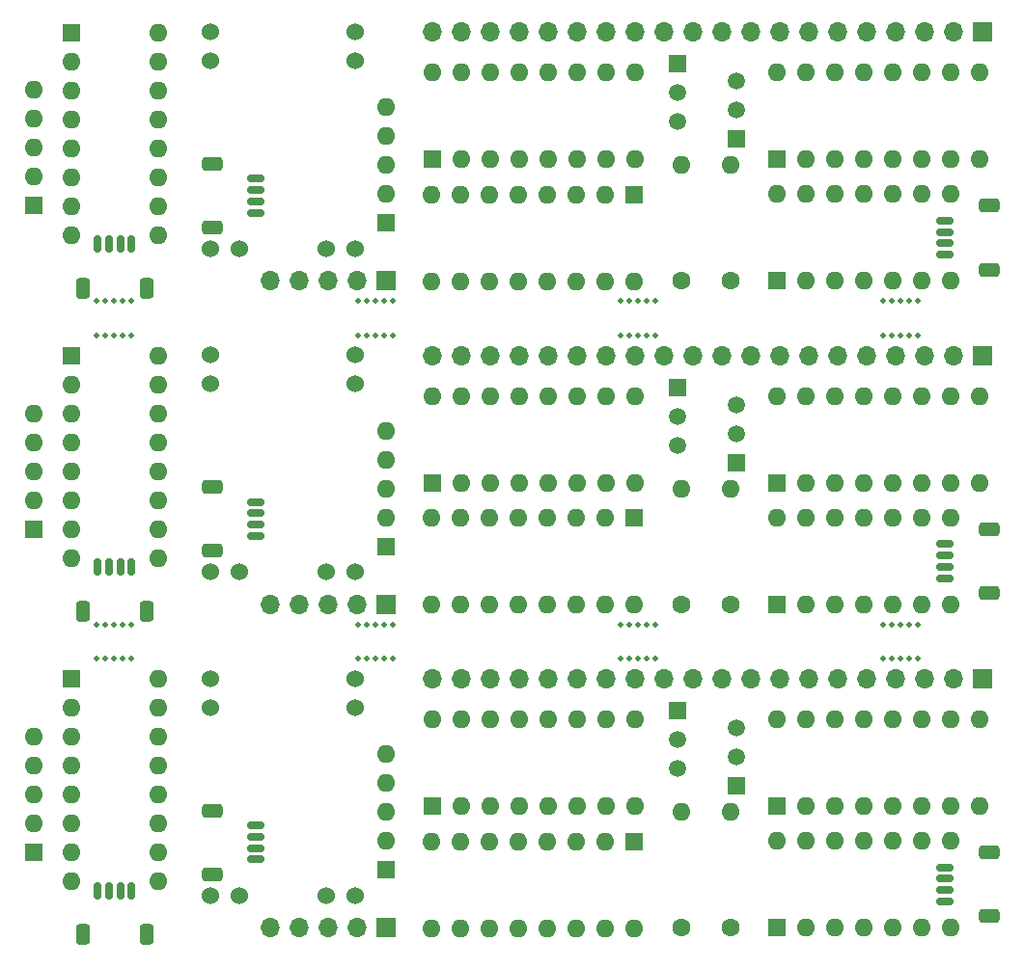
<source format=gbr>
%TF.GenerationSoftware,KiCad,Pcbnew,7.0.7*%
%TF.CreationDate,2023-10-06T22:38:46+01:00*%
%TF.ProjectId,nixie-controller-breakaway-panelized,6e697869-652d-4636-9f6e-74726f6c6c65,rev?*%
%TF.SameCoordinates,Original*%
%TF.FileFunction,Soldermask,Bot*%
%TF.FilePolarity,Negative*%
%FSLAX46Y46*%
G04 Gerber Fmt 4.6, Leading zero omitted, Abs format (unit mm)*
G04 Created by KiCad (PCBNEW 7.0.7) date 2023-10-06 22:38:46*
%MOMM*%
%LPD*%
G01*
G04 APERTURE LIST*
G04 Aperture macros list*
%AMRoundRect*
0 Rectangle with rounded corners*
0 $1 Rounding radius*
0 $2 $3 $4 $5 $6 $7 $8 $9 X,Y pos of 4 corners*
0 Add a 4 corners polygon primitive as box body*
4,1,4,$2,$3,$4,$5,$6,$7,$8,$9,$2,$3,0*
0 Add four circle primitives for the rounded corners*
1,1,$1+$1,$2,$3*
1,1,$1+$1,$4,$5*
1,1,$1+$1,$6,$7*
1,1,$1+$1,$8,$9*
0 Add four rect primitives between the rounded corners*
20,1,$1+$1,$2,$3,$4,$5,0*
20,1,$1+$1,$4,$5,$6,$7,0*
20,1,$1+$1,$6,$7,$8,$9,0*
20,1,$1+$1,$8,$9,$2,$3,0*%
G04 Aperture macros list end*
%ADD10C,0.500000*%
%ADD11RoundRect,0.250000X0.650000X-0.350000X0.650000X0.350000X-0.650000X0.350000X-0.650000X-0.350000X0*%
%ADD12RoundRect,0.150000X0.625000X-0.150000X0.625000X0.150000X-0.625000X0.150000X-0.625000X-0.150000X0*%
%ADD13RoundRect,0.250000X-0.650000X0.350000X-0.650000X-0.350000X0.650000X-0.350000X0.650000X0.350000X0*%
%ADD14RoundRect,0.150000X-0.625000X0.150000X-0.625000X-0.150000X0.625000X-0.150000X0.625000X0.150000X0*%
%ADD15O,1.700000X1.700000*%
%ADD16R,1.700000X1.700000*%
%ADD17RoundRect,0.250000X0.350000X0.650000X-0.350000X0.650000X-0.350000X-0.650000X0.350000X-0.650000X0*%
%ADD18RoundRect,0.150000X0.150000X0.625000X-0.150000X0.625000X-0.150000X-0.625000X0.150000X-0.625000X0*%
%ADD19C,1.500000*%
%ADD20R,1.500000X1.500000*%
%ADD21O,1.600000X1.600000*%
%ADD22R,1.600000X1.600000*%
%ADD23C,1.600000*%
%ADD24C,1.524000*%
G04 APERTURE END LIST*
D10*
%TO.C,mouse-bite-3mm-slot*%
X37088000Y-55880000D03*
X37088000Y-58880000D03*
X37838000Y-58880000D03*
X37850000Y-55880000D03*
X38600000Y-55880000D03*
X38600000Y-58880000D03*
X39350000Y-55880000D03*
X39350000Y-58880000D03*
X40124000Y-55880000D03*
X40124000Y-58880000D03*
%TD*%
%TO.C,mouse-bite-3mm-slot7*%
X106088000Y-84280000D03*
X106088000Y-87280000D03*
X106838000Y-87280000D03*
X106850000Y-84280000D03*
X107600000Y-84280000D03*
X107600000Y-87280000D03*
X108350000Y-84280000D03*
X108350000Y-87280000D03*
X109124000Y-84280000D03*
X109124000Y-87280000D03*
%TD*%
%TO.C,mouse-bite-3mm-slot6*%
X83088000Y-84280000D03*
X83088000Y-87280000D03*
X83838000Y-87280000D03*
X83850000Y-84280000D03*
X84600000Y-84280000D03*
X84600000Y-87280000D03*
X85350000Y-84280000D03*
X85350000Y-87280000D03*
X86124000Y-84280000D03*
X86124000Y-87280000D03*
%TD*%
%TO.C,mouse-bite-3mm-slot5*%
X60088000Y-84280000D03*
X60088000Y-87280000D03*
X60838000Y-87280000D03*
X60850000Y-84280000D03*
X61600000Y-84280000D03*
X61600000Y-87280000D03*
X62350000Y-84280000D03*
X62350000Y-87280000D03*
X63124000Y-84280000D03*
X63124000Y-87280000D03*
%TD*%
%TO.C,mouse-bite-3mm-slot4*%
X37088000Y-84280000D03*
X37088000Y-87280000D03*
X37838000Y-87280000D03*
X37850000Y-84280000D03*
X38600000Y-84280000D03*
X38600000Y-87280000D03*
X39350000Y-84280000D03*
X39350000Y-87280000D03*
X40124000Y-84280000D03*
X40124000Y-87280000D03*
%TD*%
%TO.C,mouse-bite-3mm-slot3*%
X106088000Y-55880000D03*
X106088000Y-58880000D03*
X106838000Y-58880000D03*
X106850000Y-55880000D03*
X107600000Y-55880000D03*
X107600000Y-58880000D03*
X108350000Y-55880000D03*
X108350000Y-58880000D03*
X109124000Y-55880000D03*
X109124000Y-58880000D03*
%TD*%
%TO.C,mouse-bite-3mm-slot2*%
X83088000Y-55880000D03*
X83088000Y-58880000D03*
X83838000Y-58880000D03*
X83850000Y-55880000D03*
X84600000Y-55880000D03*
X84600000Y-58880000D03*
X85350000Y-55880000D03*
X85350000Y-58880000D03*
X86124000Y-55880000D03*
X86124000Y-58880000D03*
%TD*%
%TO.C,mouse-bite-3mm-slot1*%
X60088000Y-55880000D03*
X60088000Y-58880000D03*
X60838000Y-58880000D03*
X60850000Y-55880000D03*
X61600000Y-55880000D03*
X61600000Y-58880000D03*
X62350000Y-55880000D03*
X62350000Y-58880000D03*
X63124000Y-55880000D03*
X63124000Y-58880000D03*
%TD*%
D11*
%TO.C,J4*%
X47225000Y-100600000D03*
X47225000Y-106200000D03*
D12*
X51100000Y-101900000D03*
X51100000Y-102900000D03*
X51100000Y-103900000D03*
X51100000Y-104900000D03*
%TD*%
D13*
%TO.C,J2*%
X115413000Y-109892000D03*
X115413000Y-104292000D03*
D14*
X111538000Y-108592000D03*
X111538000Y-107592000D03*
X111538000Y-106592000D03*
X111538000Y-105592000D03*
%TD*%
D15*
%TO.C,J1*%
X52324000Y-110902000D03*
X54864000Y-110902000D03*
X57404000Y-110902000D03*
X59944000Y-110902000D03*
D16*
X62484000Y-110902000D03*
%TD*%
D17*
%TO.C,J5*%
X35886000Y-111507000D03*
X41486000Y-111507000D03*
D18*
X37186000Y-107632000D03*
X38186000Y-107632000D03*
X39186000Y-107632000D03*
X40186000Y-107632000D03*
%TD*%
D15*
%TO.C,J3*%
X66548000Y-89058000D03*
X69088000Y-89058000D03*
X71628000Y-89058000D03*
X74168000Y-89058000D03*
X76708000Y-89058000D03*
X79248000Y-89058000D03*
X81788000Y-89058000D03*
X84328000Y-89058000D03*
X86868000Y-89058000D03*
X89408000Y-89058000D03*
X91948000Y-89058000D03*
X94488000Y-89058000D03*
X97028000Y-89058000D03*
X99568000Y-89058000D03*
X102108000Y-89058000D03*
X104648000Y-89058000D03*
X107188000Y-89058000D03*
X109728000Y-89058000D03*
X112268000Y-89058000D03*
D16*
X114808000Y-89058000D03*
%TD*%
D19*
%TO.C,Q2*%
X88032000Y-96932000D03*
X88032000Y-94392000D03*
D20*
X88032000Y-91852000D03*
%TD*%
D21*
%TO.C,U3*%
X84300000Y-110920000D03*
X81760000Y-110920000D03*
X79220000Y-110920000D03*
X76680000Y-110920000D03*
X74140000Y-110920000D03*
X71600000Y-110920000D03*
X69060000Y-110920000D03*
X66520000Y-110920000D03*
X66520000Y-103300000D03*
X69060000Y-103300000D03*
X71600000Y-103300000D03*
X74140000Y-103300000D03*
X76680000Y-103300000D03*
X79220000Y-103300000D03*
X81760000Y-103300000D03*
D22*
X84300000Y-103300000D03*
%TD*%
D21*
%TO.C,R1*%
X92710000Y-100742000D03*
D23*
X92710000Y-110902000D03*
%TD*%
D21*
%TO.C,U4*%
X66548000Y-92614000D03*
X69088000Y-92614000D03*
X71628000Y-92614000D03*
X74168000Y-92614000D03*
X76708000Y-92614000D03*
X79248000Y-92614000D03*
X81788000Y-92614000D03*
X84328000Y-92614000D03*
X84328000Y-100234000D03*
X81788000Y-100234000D03*
X79248000Y-100234000D03*
X76708000Y-100234000D03*
X74168000Y-100234000D03*
X71628000Y-100234000D03*
X69088000Y-100234000D03*
D22*
X66548000Y-100234000D03*
%TD*%
D21*
%TO.C,RN1*%
X62484000Y-95662000D03*
X62484000Y-98202000D03*
X62484000Y-100742000D03*
X62484000Y-103282000D03*
D22*
X62484000Y-105822000D03*
%TD*%
D21*
%TO.C,U2*%
X96789000Y-92604000D03*
X99329000Y-92604000D03*
X101869000Y-92604000D03*
X104409000Y-92604000D03*
X106949000Y-92604000D03*
X109489000Y-92604000D03*
X112029000Y-92604000D03*
X114569000Y-92604000D03*
X114569000Y-100224000D03*
X112029000Y-100224000D03*
X109489000Y-100224000D03*
X106949000Y-100224000D03*
X104409000Y-100224000D03*
X101869000Y-100224000D03*
X99329000Y-100224000D03*
D22*
X96789000Y-100224000D03*
%TD*%
D21*
%TO.C,RN2*%
X31574000Y-94138000D03*
X31574000Y-96678000D03*
X31574000Y-99218000D03*
X31574000Y-101758000D03*
D22*
X31574000Y-104298000D03*
%TD*%
D21*
%TO.C,U5*%
X42506000Y-89073000D03*
X42506000Y-91613000D03*
X42506000Y-94153000D03*
X42506000Y-96693000D03*
X42506000Y-99233000D03*
X42506000Y-101773000D03*
X42506000Y-104313000D03*
X42506000Y-106853000D03*
X34886000Y-106853000D03*
X34886000Y-104313000D03*
X34886000Y-101773000D03*
X34886000Y-99233000D03*
X34886000Y-96693000D03*
X34886000Y-94153000D03*
X34886000Y-91613000D03*
D22*
X34886000Y-89073000D03*
%TD*%
D21*
%TO.C,R2*%
X88392000Y-100742000D03*
D23*
X88392000Y-110902000D03*
%TD*%
D24*
%TO.C,U6*%
X47050000Y-89010000D03*
X47050000Y-91550000D03*
X57210000Y-108060000D03*
X59750000Y-89010000D03*
X59750000Y-91550000D03*
X59750000Y-108060000D03*
X47050000Y-108060000D03*
X49590000Y-108060000D03*
%TD*%
D21*
%TO.C,U1*%
X96769000Y-103272000D03*
X99309000Y-103272000D03*
X101849000Y-103272000D03*
X104389000Y-103272000D03*
X106929000Y-103272000D03*
X109469000Y-103272000D03*
X112009000Y-103272000D03*
X112009000Y-110892000D03*
X109469000Y-110892000D03*
X106929000Y-110892000D03*
X104389000Y-110892000D03*
X101849000Y-110892000D03*
X99309000Y-110892000D03*
D22*
X96769000Y-110892000D03*
%TD*%
D19*
%TO.C,Q1*%
X93218000Y-93376000D03*
X93218000Y-95916000D03*
D20*
X93218000Y-98456000D03*
%TD*%
D11*
%TO.C,J4*%
X47225000Y-72200000D03*
X47225000Y-77800000D03*
D12*
X51100000Y-73500000D03*
X51100000Y-74500000D03*
X51100000Y-75500000D03*
X51100000Y-76500000D03*
%TD*%
D13*
%TO.C,J2*%
X115413000Y-81492000D03*
X115413000Y-75892000D03*
D14*
X111538000Y-80192000D03*
X111538000Y-79192000D03*
X111538000Y-78192000D03*
X111538000Y-77192000D03*
%TD*%
D15*
%TO.C,J1*%
X52324000Y-82502000D03*
X54864000Y-82502000D03*
X57404000Y-82502000D03*
X59944000Y-82502000D03*
D16*
X62484000Y-82502000D03*
%TD*%
D17*
%TO.C,J5*%
X35886000Y-83107000D03*
X41486000Y-83107000D03*
D18*
X37186000Y-79232000D03*
X38186000Y-79232000D03*
X39186000Y-79232000D03*
X40186000Y-79232000D03*
%TD*%
D15*
%TO.C,J3*%
X66548000Y-60658000D03*
X69088000Y-60658000D03*
X71628000Y-60658000D03*
X74168000Y-60658000D03*
X76708000Y-60658000D03*
X79248000Y-60658000D03*
X81788000Y-60658000D03*
X84328000Y-60658000D03*
X86868000Y-60658000D03*
X89408000Y-60658000D03*
X91948000Y-60658000D03*
X94488000Y-60658000D03*
X97028000Y-60658000D03*
X99568000Y-60658000D03*
X102108000Y-60658000D03*
X104648000Y-60658000D03*
X107188000Y-60658000D03*
X109728000Y-60658000D03*
X112268000Y-60658000D03*
D16*
X114808000Y-60658000D03*
%TD*%
D19*
%TO.C,Q2*%
X88032000Y-68532000D03*
X88032000Y-65992000D03*
D20*
X88032000Y-63452000D03*
%TD*%
D21*
%TO.C,U3*%
X84300000Y-82520000D03*
X81760000Y-82520000D03*
X79220000Y-82520000D03*
X76680000Y-82520000D03*
X74140000Y-82520000D03*
X71600000Y-82520000D03*
X69060000Y-82520000D03*
X66520000Y-82520000D03*
X66520000Y-74900000D03*
X69060000Y-74900000D03*
X71600000Y-74900000D03*
X74140000Y-74900000D03*
X76680000Y-74900000D03*
X79220000Y-74900000D03*
X81760000Y-74900000D03*
D22*
X84300000Y-74900000D03*
%TD*%
D21*
%TO.C,R1*%
X92710000Y-72342000D03*
D23*
X92710000Y-82502000D03*
%TD*%
D21*
%TO.C,U4*%
X66548000Y-64214000D03*
X69088000Y-64214000D03*
X71628000Y-64214000D03*
X74168000Y-64214000D03*
X76708000Y-64214000D03*
X79248000Y-64214000D03*
X81788000Y-64214000D03*
X84328000Y-64214000D03*
X84328000Y-71834000D03*
X81788000Y-71834000D03*
X79248000Y-71834000D03*
X76708000Y-71834000D03*
X74168000Y-71834000D03*
X71628000Y-71834000D03*
X69088000Y-71834000D03*
D22*
X66548000Y-71834000D03*
%TD*%
D21*
%TO.C,RN1*%
X62484000Y-67262000D03*
X62484000Y-69802000D03*
X62484000Y-72342000D03*
X62484000Y-74882000D03*
D22*
X62484000Y-77422000D03*
%TD*%
D21*
%TO.C,U2*%
X96789000Y-64204000D03*
X99329000Y-64204000D03*
X101869000Y-64204000D03*
X104409000Y-64204000D03*
X106949000Y-64204000D03*
X109489000Y-64204000D03*
X112029000Y-64204000D03*
X114569000Y-64204000D03*
X114569000Y-71824000D03*
X112029000Y-71824000D03*
X109489000Y-71824000D03*
X106949000Y-71824000D03*
X104409000Y-71824000D03*
X101869000Y-71824000D03*
X99329000Y-71824000D03*
D22*
X96789000Y-71824000D03*
%TD*%
D21*
%TO.C,RN2*%
X31574000Y-65738000D03*
X31574000Y-68278000D03*
X31574000Y-70818000D03*
X31574000Y-73358000D03*
D22*
X31574000Y-75898000D03*
%TD*%
D21*
%TO.C,U5*%
X42506000Y-60673000D03*
X42506000Y-63213000D03*
X42506000Y-65753000D03*
X42506000Y-68293000D03*
X42506000Y-70833000D03*
X42506000Y-73373000D03*
X42506000Y-75913000D03*
X42506000Y-78453000D03*
X34886000Y-78453000D03*
X34886000Y-75913000D03*
X34886000Y-73373000D03*
X34886000Y-70833000D03*
X34886000Y-68293000D03*
X34886000Y-65753000D03*
X34886000Y-63213000D03*
D22*
X34886000Y-60673000D03*
%TD*%
D21*
%TO.C,R2*%
X88392000Y-72342000D03*
D23*
X88392000Y-82502000D03*
%TD*%
D24*
%TO.C,U6*%
X47050000Y-60610000D03*
X47050000Y-63150000D03*
X57210000Y-79660000D03*
X59750000Y-60610000D03*
X59750000Y-63150000D03*
X59750000Y-79660000D03*
X47050000Y-79660000D03*
X49590000Y-79660000D03*
%TD*%
D21*
%TO.C,U1*%
X96769000Y-74872000D03*
X99309000Y-74872000D03*
X101849000Y-74872000D03*
X104389000Y-74872000D03*
X106929000Y-74872000D03*
X109469000Y-74872000D03*
X112009000Y-74872000D03*
X112009000Y-82492000D03*
X109469000Y-82492000D03*
X106929000Y-82492000D03*
X104389000Y-82492000D03*
X101849000Y-82492000D03*
X99309000Y-82492000D03*
D22*
X96769000Y-82492000D03*
%TD*%
D19*
%TO.C,Q1*%
X93218000Y-64976000D03*
X93218000Y-67516000D03*
D20*
X93218000Y-70056000D03*
%TD*%
D21*
%TO.C,U1*%
X96769000Y-46472000D03*
X99309000Y-46472000D03*
X101849000Y-46472000D03*
X104389000Y-46472000D03*
X106929000Y-46472000D03*
X109469000Y-46472000D03*
X112009000Y-46472000D03*
X112009000Y-54092000D03*
X109469000Y-54092000D03*
X106929000Y-54092000D03*
X104389000Y-54092000D03*
X101849000Y-54092000D03*
X99309000Y-54092000D03*
D22*
X96769000Y-54092000D03*
%TD*%
D19*
%TO.C,Q1*%
X93218000Y-36576000D03*
X93218000Y-39116000D03*
D20*
X93218000Y-41656000D03*
%TD*%
D24*
%TO.C,U6*%
X47050000Y-32210000D03*
X47050000Y-34750000D03*
X57210000Y-51260000D03*
X59750000Y-32210000D03*
X59750000Y-34750000D03*
X59750000Y-51260000D03*
X47050000Y-51260000D03*
X49590000Y-51260000D03*
%TD*%
D21*
%TO.C,R2*%
X88392000Y-43942000D03*
D23*
X88392000Y-54102000D03*
%TD*%
D21*
%TO.C,U5*%
X42506000Y-32273000D03*
X42506000Y-34813000D03*
X42506000Y-37353000D03*
X42506000Y-39893000D03*
X42506000Y-42433000D03*
X42506000Y-44973000D03*
X42506000Y-47513000D03*
X42506000Y-50053000D03*
X34886000Y-50053000D03*
X34886000Y-47513000D03*
X34886000Y-44973000D03*
X34886000Y-42433000D03*
X34886000Y-39893000D03*
X34886000Y-37353000D03*
X34886000Y-34813000D03*
D22*
X34886000Y-32273000D03*
%TD*%
D21*
%TO.C,RN2*%
X31574000Y-37338000D03*
X31574000Y-39878000D03*
X31574000Y-42418000D03*
X31574000Y-44958000D03*
D22*
X31574000Y-47498000D03*
%TD*%
D21*
%TO.C,U2*%
X96789000Y-35804000D03*
X99329000Y-35804000D03*
X101869000Y-35804000D03*
X104409000Y-35804000D03*
X106949000Y-35804000D03*
X109489000Y-35804000D03*
X112029000Y-35804000D03*
X114569000Y-35804000D03*
X114569000Y-43424000D03*
X112029000Y-43424000D03*
X109489000Y-43424000D03*
X106949000Y-43424000D03*
X104409000Y-43424000D03*
X101869000Y-43424000D03*
X99329000Y-43424000D03*
D22*
X96789000Y-43424000D03*
%TD*%
D21*
%TO.C,RN1*%
X62484000Y-38862000D03*
X62484000Y-41402000D03*
X62484000Y-43942000D03*
X62484000Y-46482000D03*
D22*
X62484000Y-49022000D03*
%TD*%
D21*
%TO.C,U4*%
X66548000Y-35814000D03*
X69088000Y-35814000D03*
X71628000Y-35814000D03*
X74168000Y-35814000D03*
X76708000Y-35814000D03*
X79248000Y-35814000D03*
X81788000Y-35814000D03*
X84328000Y-35814000D03*
X84328000Y-43434000D03*
X81788000Y-43434000D03*
X79248000Y-43434000D03*
X76708000Y-43434000D03*
X74168000Y-43434000D03*
X71628000Y-43434000D03*
X69088000Y-43434000D03*
D22*
X66548000Y-43434000D03*
%TD*%
D21*
%TO.C,R1*%
X92710000Y-43942000D03*
D23*
X92710000Y-54102000D03*
%TD*%
D21*
%TO.C,U3*%
X84300000Y-54120000D03*
X81760000Y-54120000D03*
X79220000Y-54120000D03*
X76680000Y-54120000D03*
X74140000Y-54120000D03*
X71600000Y-54120000D03*
X69060000Y-54120000D03*
X66520000Y-54120000D03*
X66520000Y-46500000D03*
X69060000Y-46500000D03*
X71600000Y-46500000D03*
X74140000Y-46500000D03*
X76680000Y-46500000D03*
X79220000Y-46500000D03*
X81760000Y-46500000D03*
D22*
X84300000Y-46500000D03*
%TD*%
D15*
%TO.C,J3*%
X66548000Y-32258000D03*
X69088000Y-32258000D03*
X71628000Y-32258000D03*
X74168000Y-32258000D03*
X76708000Y-32258000D03*
X79248000Y-32258000D03*
X81788000Y-32258000D03*
X84328000Y-32258000D03*
X86868000Y-32258000D03*
X89408000Y-32258000D03*
X91948000Y-32258000D03*
X94488000Y-32258000D03*
X97028000Y-32258000D03*
X99568000Y-32258000D03*
X102108000Y-32258000D03*
X104648000Y-32258000D03*
X107188000Y-32258000D03*
X109728000Y-32258000D03*
X112268000Y-32258000D03*
D16*
X114808000Y-32258000D03*
%TD*%
D15*
%TO.C,J1*%
X52324000Y-54102000D03*
X54864000Y-54102000D03*
X57404000Y-54102000D03*
X59944000Y-54102000D03*
D16*
X62484000Y-54102000D03*
%TD*%
D19*
%TO.C,Q2*%
X88032000Y-40132000D03*
X88032000Y-37592000D03*
D20*
X88032000Y-35052000D03*
%TD*%
D11*
%TO.C,J4*%
X47225000Y-43800000D03*
X47225000Y-49400000D03*
D12*
X51100000Y-45100000D03*
X51100000Y-46100000D03*
X51100000Y-47100000D03*
X51100000Y-48100000D03*
%TD*%
D17*
%TO.C,J5*%
X35886000Y-54707000D03*
X41486000Y-54707000D03*
D18*
X37186000Y-50832000D03*
X38186000Y-50832000D03*
X39186000Y-50832000D03*
X40186000Y-50832000D03*
%TD*%
D13*
%TO.C,J2*%
X115413000Y-53092000D03*
X115413000Y-47492000D03*
D14*
X111538000Y-51792000D03*
X111538000Y-50792000D03*
X111538000Y-49792000D03*
X111538000Y-48792000D03*
%TD*%
M02*

</source>
